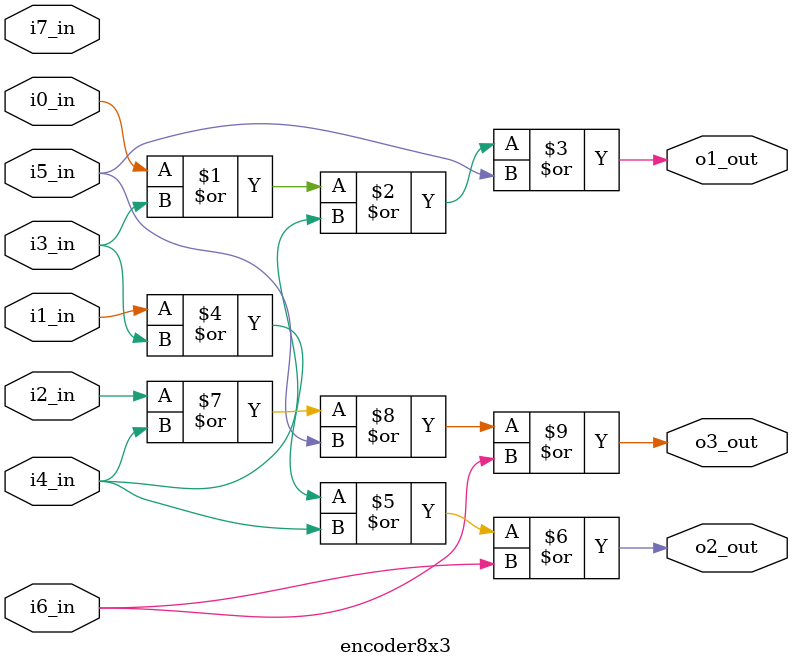
<source format=v>
module encoder8x3 (
	input i0_in , input i1_in , input i2_in , input i3_in , input i4_in , input i5_in , input i6_in , input i7_in ,
        output o1_out, output o2_out , output o3_out 
);

assign o1_out = i0_in | i3_in | i4_in | i5_in ;
assign o2_out = i1_in | i3_in | i4_in | i6_in ;
assign o3_out = i2_in | i4_in | i5_in | i6_in ;

endmodule

</source>
